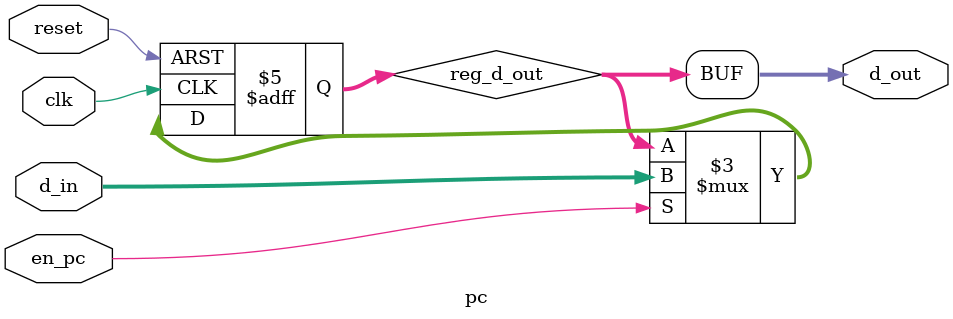
<source format=v>
module pc(
    input wire clk,
    input wire en_pc,               // Enable PC update
    input wire reset,               // Active-low reset
    input wire [7:0] d_in,          // Input memory address (next PC value)
    output wire [7:0] d_out         // Output memory address (current PC value)
);
    reg [7:0] reg_d_out;
    assign d_out = reg_d_out;
    always @(posedge clk or negedge reset)begin
            if(!reset) reg_d_out <= 8'b0;
            else if(en_pc) reg_d_out <= d_in;
        end
endmodule
</source>
